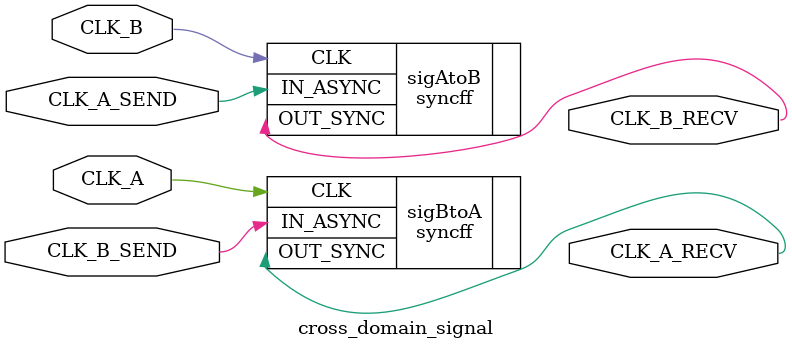
<source format=v>

`timescale 1ns/1ns
module cross_domain_signal (
	input CLK_A,		// Clock for domain A
	input CLK_A_SEND,	// Signal from domain A to domain B
	output CLK_A_RECV,	// Signal from domain B received in domain A 
	input CLK_B,		// Clock for domain B
	output CLK_B_RECV,	// Signal from domain A received in domain B
	input CLK_B_SEND	// Signal from domain B to domain A
);


// Sync level signals across domains.
syncff sigAtoB (.CLK(CLK_B), .IN_ASYNC(CLK_A_SEND), .OUT_SYNC(CLK_B_RECV));
syncff sigBtoA (.CLK(CLK_A), .IN_ASYNC(CLK_B_SEND), .OUT_SYNC(CLK_A_RECV));


endmodule

</source>
